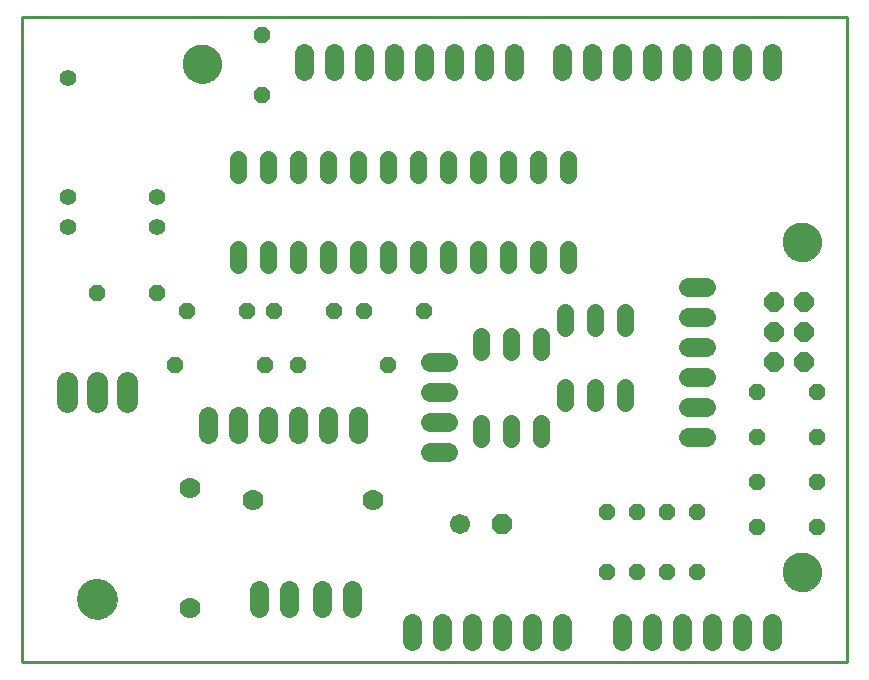
<source format=gts>
G75*
G70*
%OFA0B0*%
%FSLAX24Y24*%
%IPPOS*%
%LPD*%
%AMOC8*
5,1,8,0,0,1.08239X$1,22.5*
%
%ADD10C,0.0100*%
%ADD11C,0.0000*%
%ADD12C,0.1300*%
%ADD13C,0.0560*%
%ADD14C,0.0700*%
%ADD15C,0.1340*%
%ADD16C,0.0700*%
%ADD17C,0.0640*%
%ADD18C,0.0634*%
%ADD19OC8,0.0560*%
%ADD20C,0.0555*%
%ADD21OC8,0.0640*%
%ADD22OC8,0.0670*%
%ADD23C,0.0670*%
D10*
X000151Y000242D02*
X000151Y021742D01*
X027651Y021742D01*
X027651Y000242D01*
X000151Y000242D01*
D11*
X002001Y002342D02*
X002003Y002392D01*
X002009Y002442D01*
X002019Y002492D01*
X002032Y002540D01*
X002049Y002588D01*
X002070Y002634D01*
X002094Y002678D01*
X002122Y002720D01*
X002153Y002760D01*
X002187Y002797D01*
X002224Y002832D01*
X002263Y002863D01*
X002304Y002892D01*
X002348Y002917D01*
X002394Y002939D01*
X002441Y002957D01*
X002489Y002971D01*
X002538Y002982D01*
X002588Y002989D01*
X002638Y002992D01*
X002689Y002991D01*
X002739Y002986D01*
X002789Y002977D01*
X002837Y002965D01*
X002885Y002948D01*
X002931Y002928D01*
X002976Y002905D01*
X003019Y002878D01*
X003059Y002848D01*
X003097Y002815D01*
X003132Y002779D01*
X003165Y002740D01*
X003194Y002699D01*
X003220Y002656D01*
X003243Y002611D01*
X003262Y002564D01*
X003277Y002516D01*
X003289Y002467D01*
X003297Y002417D01*
X003301Y002367D01*
X003301Y002317D01*
X003297Y002267D01*
X003289Y002217D01*
X003277Y002168D01*
X003262Y002120D01*
X003243Y002073D01*
X003220Y002028D01*
X003194Y001985D01*
X003165Y001944D01*
X003132Y001905D01*
X003097Y001869D01*
X003059Y001836D01*
X003019Y001806D01*
X002976Y001779D01*
X002931Y001756D01*
X002885Y001736D01*
X002837Y001719D01*
X002789Y001707D01*
X002739Y001698D01*
X002689Y001693D01*
X002638Y001692D01*
X002588Y001695D01*
X002538Y001702D01*
X002489Y001713D01*
X002441Y001727D01*
X002394Y001745D01*
X002348Y001767D01*
X002304Y001792D01*
X002263Y001821D01*
X002224Y001852D01*
X002187Y001887D01*
X002153Y001924D01*
X002122Y001964D01*
X002094Y002006D01*
X002070Y002050D01*
X002049Y002096D01*
X002032Y002144D01*
X002019Y002192D01*
X002009Y002242D01*
X002003Y002292D01*
X002001Y002342D01*
X005521Y020192D02*
X005523Y020242D01*
X005529Y020292D01*
X005539Y020341D01*
X005553Y020389D01*
X005570Y020436D01*
X005591Y020481D01*
X005616Y020525D01*
X005644Y020566D01*
X005676Y020605D01*
X005710Y020642D01*
X005747Y020676D01*
X005787Y020706D01*
X005829Y020733D01*
X005873Y020757D01*
X005919Y020778D01*
X005966Y020794D01*
X006014Y020807D01*
X006064Y020816D01*
X006113Y020821D01*
X006164Y020822D01*
X006214Y020819D01*
X006263Y020812D01*
X006312Y020801D01*
X006360Y020786D01*
X006406Y020768D01*
X006451Y020746D01*
X006494Y020720D01*
X006535Y020691D01*
X006574Y020659D01*
X006610Y020624D01*
X006642Y020586D01*
X006672Y020546D01*
X006699Y020503D01*
X006722Y020459D01*
X006741Y020413D01*
X006757Y020365D01*
X006769Y020316D01*
X006777Y020267D01*
X006781Y020217D01*
X006781Y020167D01*
X006777Y020117D01*
X006769Y020068D01*
X006757Y020019D01*
X006741Y019971D01*
X006722Y019925D01*
X006699Y019881D01*
X006672Y019838D01*
X006642Y019798D01*
X006610Y019760D01*
X006574Y019725D01*
X006535Y019693D01*
X006494Y019664D01*
X006451Y019638D01*
X006406Y019616D01*
X006360Y019598D01*
X006312Y019583D01*
X006263Y019572D01*
X006214Y019565D01*
X006164Y019562D01*
X006113Y019563D01*
X006064Y019568D01*
X006014Y019577D01*
X005966Y019590D01*
X005919Y019606D01*
X005873Y019627D01*
X005829Y019651D01*
X005787Y019678D01*
X005747Y019708D01*
X005710Y019742D01*
X005676Y019779D01*
X005644Y019818D01*
X005616Y019859D01*
X005591Y019903D01*
X005570Y019948D01*
X005553Y019995D01*
X005539Y020043D01*
X005529Y020092D01*
X005523Y020142D01*
X005521Y020192D01*
X025521Y014242D02*
X025523Y014292D01*
X025529Y014342D01*
X025539Y014391D01*
X025553Y014439D01*
X025570Y014486D01*
X025591Y014531D01*
X025616Y014575D01*
X025644Y014616D01*
X025676Y014655D01*
X025710Y014692D01*
X025747Y014726D01*
X025787Y014756D01*
X025829Y014783D01*
X025873Y014807D01*
X025919Y014828D01*
X025966Y014844D01*
X026014Y014857D01*
X026064Y014866D01*
X026113Y014871D01*
X026164Y014872D01*
X026214Y014869D01*
X026263Y014862D01*
X026312Y014851D01*
X026360Y014836D01*
X026406Y014818D01*
X026451Y014796D01*
X026494Y014770D01*
X026535Y014741D01*
X026574Y014709D01*
X026610Y014674D01*
X026642Y014636D01*
X026672Y014596D01*
X026699Y014553D01*
X026722Y014509D01*
X026741Y014463D01*
X026757Y014415D01*
X026769Y014366D01*
X026777Y014317D01*
X026781Y014267D01*
X026781Y014217D01*
X026777Y014167D01*
X026769Y014118D01*
X026757Y014069D01*
X026741Y014021D01*
X026722Y013975D01*
X026699Y013931D01*
X026672Y013888D01*
X026642Y013848D01*
X026610Y013810D01*
X026574Y013775D01*
X026535Y013743D01*
X026494Y013714D01*
X026451Y013688D01*
X026406Y013666D01*
X026360Y013648D01*
X026312Y013633D01*
X026263Y013622D01*
X026214Y013615D01*
X026164Y013612D01*
X026113Y013613D01*
X026064Y013618D01*
X026014Y013627D01*
X025966Y013640D01*
X025919Y013656D01*
X025873Y013677D01*
X025829Y013701D01*
X025787Y013728D01*
X025747Y013758D01*
X025710Y013792D01*
X025676Y013829D01*
X025644Y013868D01*
X025616Y013909D01*
X025591Y013953D01*
X025570Y013998D01*
X025553Y014045D01*
X025539Y014093D01*
X025529Y014142D01*
X025523Y014192D01*
X025521Y014242D01*
X025521Y003242D02*
X025523Y003292D01*
X025529Y003342D01*
X025539Y003391D01*
X025553Y003439D01*
X025570Y003486D01*
X025591Y003531D01*
X025616Y003575D01*
X025644Y003616D01*
X025676Y003655D01*
X025710Y003692D01*
X025747Y003726D01*
X025787Y003756D01*
X025829Y003783D01*
X025873Y003807D01*
X025919Y003828D01*
X025966Y003844D01*
X026014Y003857D01*
X026064Y003866D01*
X026113Y003871D01*
X026164Y003872D01*
X026214Y003869D01*
X026263Y003862D01*
X026312Y003851D01*
X026360Y003836D01*
X026406Y003818D01*
X026451Y003796D01*
X026494Y003770D01*
X026535Y003741D01*
X026574Y003709D01*
X026610Y003674D01*
X026642Y003636D01*
X026672Y003596D01*
X026699Y003553D01*
X026722Y003509D01*
X026741Y003463D01*
X026757Y003415D01*
X026769Y003366D01*
X026777Y003317D01*
X026781Y003267D01*
X026781Y003217D01*
X026777Y003167D01*
X026769Y003118D01*
X026757Y003069D01*
X026741Y003021D01*
X026722Y002975D01*
X026699Y002931D01*
X026672Y002888D01*
X026642Y002848D01*
X026610Y002810D01*
X026574Y002775D01*
X026535Y002743D01*
X026494Y002714D01*
X026451Y002688D01*
X026406Y002666D01*
X026360Y002648D01*
X026312Y002633D01*
X026263Y002622D01*
X026214Y002615D01*
X026164Y002612D01*
X026113Y002613D01*
X026064Y002618D01*
X026014Y002627D01*
X025966Y002640D01*
X025919Y002656D01*
X025873Y002677D01*
X025829Y002701D01*
X025787Y002728D01*
X025747Y002758D01*
X025710Y002792D01*
X025676Y002829D01*
X025644Y002868D01*
X025616Y002909D01*
X025591Y002953D01*
X025570Y002998D01*
X025553Y003045D01*
X025539Y003093D01*
X025529Y003142D01*
X025523Y003192D01*
X025521Y003242D01*
D12*
X026151Y003242D03*
X026151Y014242D03*
X006151Y020192D03*
D13*
X007351Y017002D02*
X007351Y016482D01*
X008351Y016482D02*
X008351Y017002D01*
X009351Y017002D02*
X009351Y016482D01*
X010351Y016482D02*
X010351Y017002D01*
X011351Y017002D02*
X011351Y016482D01*
X012351Y016482D02*
X012351Y017002D01*
X013351Y017002D02*
X013351Y016482D01*
X014351Y016482D02*
X014351Y017002D01*
X015351Y017002D02*
X015351Y016482D01*
X016351Y016482D02*
X016351Y017002D01*
X017351Y017002D02*
X017351Y016482D01*
X018351Y016482D02*
X018351Y017002D01*
X018351Y014002D02*
X018351Y013482D01*
X017351Y013482D02*
X017351Y014002D01*
X016351Y014002D02*
X016351Y013482D01*
X015351Y013482D02*
X015351Y014002D01*
X014351Y014002D02*
X014351Y013482D01*
X013351Y013482D02*
X013351Y014002D01*
X012351Y014002D02*
X012351Y013482D01*
X011351Y013482D02*
X011351Y014002D01*
X010351Y014002D02*
X010351Y013482D01*
X009351Y013482D02*
X009351Y014002D01*
X008351Y014002D02*
X008351Y013482D01*
X007351Y013482D02*
X007351Y014002D01*
X015451Y011102D02*
X015451Y010582D01*
X016451Y010582D02*
X016451Y011102D01*
X017451Y011102D02*
X017451Y010582D01*
X018251Y011382D02*
X018251Y011902D01*
X019251Y011902D02*
X019251Y011382D01*
X020251Y011382D02*
X020251Y011902D01*
X020251Y009402D02*
X020251Y008882D01*
X019251Y008882D02*
X019251Y009402D01*
X018251Y009402D02*
X018251Y008882D01*
X017451Y008202D02*
X017451Y007682D01*
X016451Y007682D02*
X016451Y008202D01*
X015451Y008202D02*
X015451Y007682D01*
D14*
X003651Y008912D02*
X003651Y009572D01*
X002651Y009572D02*
X002651Y008912D01*
X001651Y008912D02*
X001651Y009572D01*
D15*
X002651Y002342D03*
D16*
X005751Y002042D03*
X007851Y005642D03*
X005751Y006042D03*
X011851Y005642D03*
D17*
X013751Y007242D02*
X014351Y007242D01*
X014351Y008242D02*
X013751Y008242D01*
X013751Y009242D02*
X014351Y009242D01*
X014351Y010242D02*
X013751Y010242D01*
X011351Y008442D02*
X011351Y007842D01*
X010351Y007842D02*
X010351Y008442D01*
X009351Y008442D02*
X009351Y007842D01*
X008351Y007842D02*
X008351Y008442D01*
X007351Y008442D02*
X007351Y007842D01*
X006351Y007842D02*
X006351Y008442D01*
X013151Y001542D02*
X013151Y000942D01*
X014151Y000942D02*
X014151Y001542D01*
X015151Y001542D02*
X015151Y000942D01*
X016151Y000942D02*
X016151Y001542D01*
X017151Y001542D02*
X017151Y000942D01*
X018151Y000942D02*
X018151Y001542D01*
X020151Y001542D02*
X020151Y000942D01*
X021151Y000942D02*
X021151Y001542D01*
X022151Y001542D02*
X022151Y000942D01*
X023151Y000942D02*
X023151Y001542D01*
X024151Y001542D02*
X024151Y000942D01*
X025151Y000942D02*
X025151Y001542D01*
X022951Y007742D02*
X022351Y007742D01*
X022351Y008742D02*
X022951Y008742D01*
X022951Y009742D02*
X022351Y009742D01*
X022351Y010742D02*
X022951Y010742D01*
X022951Y011742D02*
X022351Y011742D01*
X022351Y012742D02*
X022951Y012742D01*
X023151Y019942D02*
X023151Y020542D01*
X024151Y020542D02*
X024151Y019942D01*
X025151Y019942D02*
X025151Y020542D01*
X022151Y020542D02*
X022151Y019942D01*
X021151Y019942D02*
X021151Y020542D01*
X020151Y020542D02*
X020151Y019942D01*
X019151Y019942D02*
X019151Y020542D01*
X018151Y020542D02*
X018151Y019942D01*
X016551Y019942D02*
X016551Y020542D01*
X015551Y020542D02*
X015551Y019942D01*
X014551Y019942D02*
X014551Y020542D01*
X013551Y020542D02*
X013551Y019942D01*
X012551Y019942D02*
X012551Y020542D01*
X011551Y020542D02*
X011551Y019942D01*
X010551Y019942D02*
X010551Y020542D01*
X009551Y020542D02*
X009551Y019942D01*
D18*
X009051Y002639D02*
X009051Y002045D01*
X008051Y002045D02*
X008051Y002639D01*
X010151Y002639D02*
X010151Y002045D01*
X011151Y002045D02*
X011151Y002639D01*
D19*
X019651Y003242D03*
X020651Y003242D03*
X021651Y003242D03*
X022651Y003242D03*
X024651Y004742D03*
X024651Y006242D03*
X024651Y007742D03*
X024651Y009242D03*
X026651Y009242D03*
X026651Y007742D03*
X026651Y006242D03*
X026651Y004742D03*
X022651Y005242D03*
X021651Y005242D03*
X020651Y005242D03*
X019651Y005242D03*
X012351Y010142D03*
X011551Y011942D03*
X010551Y011942D03*
X008551Y011942D03*
X007651Y011942D03*
X005651Y011942D03*
X004651Y012542D03*
X002651Y012542D03*
X005251Y010142D03*
X008251Y010142D03*
X009351Y010142D03*
X013551Y011942D03*
X008151Y019142D03*
X008151Y021142D03*
D20*
X001661Y019732D03*
X001661Y015742D03*
X001661Y014752D03*
X004641Y014752D03*
X004641Y015742D03*
D21*
X025201Y012242D03*
X025201Y011242D03*
X026201Y011242D03*
X026201Y012242D03*
X026201Y010242D03*
X025201Y010242D03*
D22*
X016151Y004842D03*
D23*
X014751Y004842D03*
M02*

</source>
